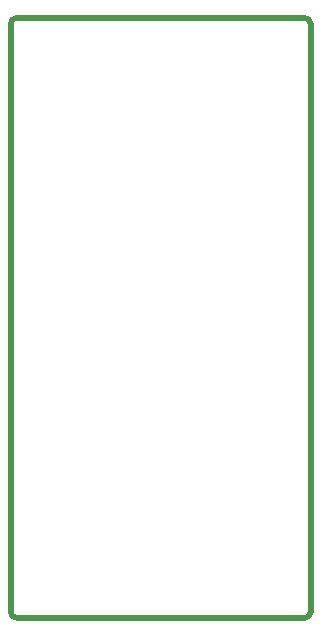
<source format=gbr>
%TF.GenerationSoftware,KiCad,Pcbnew,(5.99.0-10952-g410dbe17de)*%
%TF.CreationDate,2021-06-16T22:03:04+02:00*%
%TF.ProjectId,reDIP-64,72654449-502d-4363-942e-6b696361645f,0.2*%
%TF.SameCoordinates,PX594fc50PY8e9a590*%
%TF.FileFunction,Profile,NP*%
%FSLAX46Y46*%
G04 Gerber Fmt 4.6, Leading zero omitted, Abs format (unit mm)*
G04 Created by KiCad (PCBNEW (5.99.0-10952-g410dbe17de)) date 2021-06-16 22:03:04*
%MOMM*%
%LPD*%
G01*
G04 APERTURE LIST*
%TA.AperFunction,Profile*%
%ADD10C,0.500000*%
%TD*%
G04 APERTURE END LIST*
D10*
X0Y50300000D02*
X0Y500000D01*
X24900000Y50800000D02*
X500000Y50800000D01*
X25400000Y500000D02*
X25400000Y50300000D01*
X25400000Y500000D02*
G75*
G02*
X24900000Y0I-500000J0D01*
G01*
X500000Y0D02*
G75*
G02*
X0Y500000I0J500000D01*
G01*
X24900000Y0D02*
X500000Y0D01*
X24900000Y50800000D02*
G75*
G02*
X25400000Y50300000I0J-500000D01*
G01*
X0Y50300000D02*
G75*
G02*
X500000Y50800000I500000J0D01*
G01*
M02*

</source>
